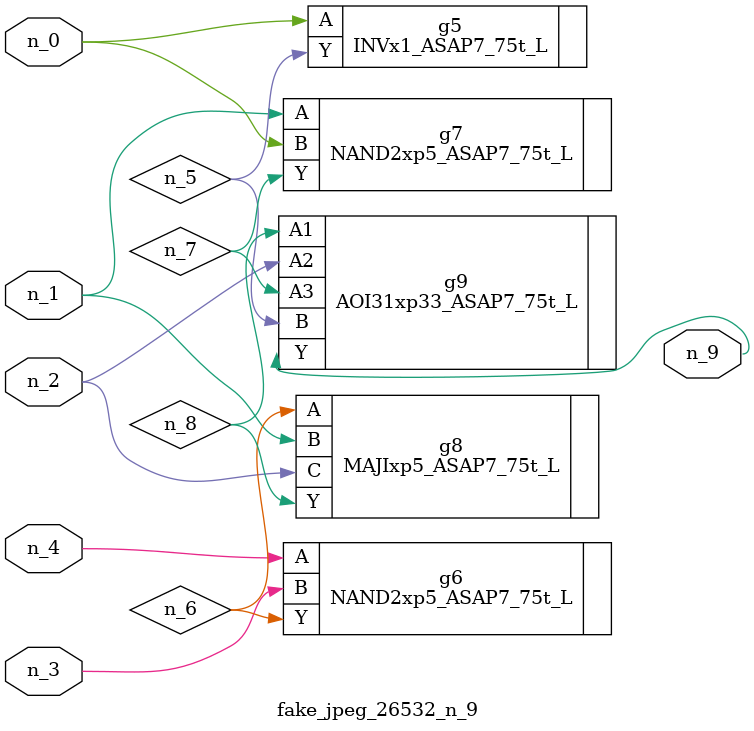
<source format=v>
module fake_jpeg_26532_n_9 (n_3, n_2, n_1, n_0, n_4, n_9);

input n_3;
input n_2;
input n_1;
input n_0;
input n_4;

output n_9;

wire n_8;
wire n_6;
wire n_5;
wire n_7;

INVx1_ASAP7_75t_L g5 ( 
.A(n_0),
.Y(n_5)
);

NAND2xp5_ASAP7_75t_L g6 ( 
.A(n_4),
.B(n_3),
.Y(n_6)
);

NAND2xp5_ASAP7_75t_L g7 ( 
.A(n_1),
.B(n_0),
.Y(n_7)
);

MAJIxp5_ASAP7_75t_L g8 ( 
.A(n_6),
.B(n_1),
.C(n_2),
.Y(n_8)
);

AOI31xp33_ASAP7_75t_L g9 ( 
.A1(n_8),
.A2(n_2),
.A3(n_7),
.B(n_5),
.Y(n_9)
);


endmodule
</source>
